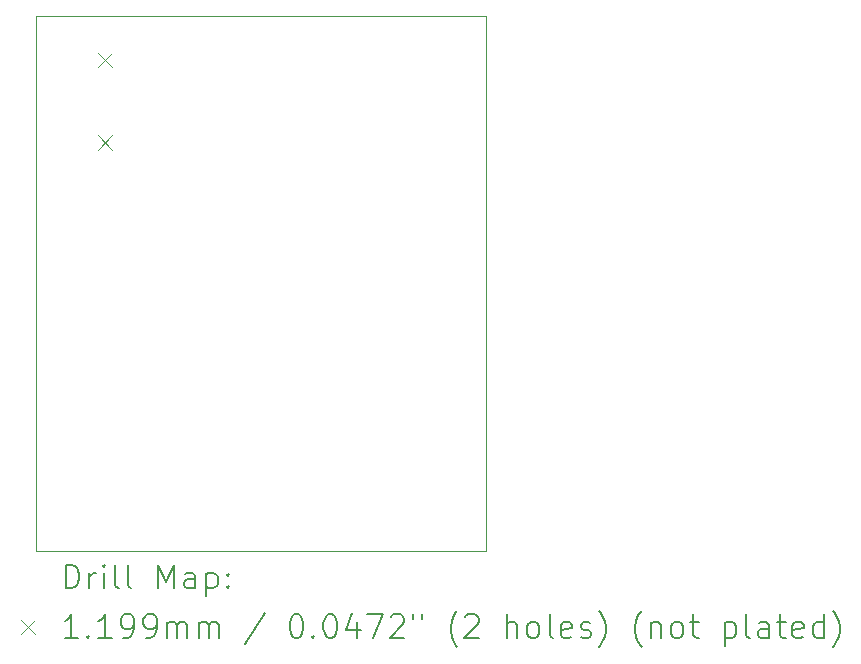
<source format=gbr>
%TF.GenerationSoftware,KiCad,Pcbnew,(6.0.8)*%
%TF.CreationDate,2024-10-24T13:16:37+05:30*%
%TF.ProjectId,mp3_player,6d70335f-706c-4617-9965-722e6b696361,rev?*%
%TF.SameCoordinates,Original*%
%TF.FileFunction,Drillmap*%
%TF.FilePolarity,Positive*%
%FSLAX45Y45*%
G04 Gerber Fmt 4.5, Leading zero omitted, Abs format (unit mm)*
G04 Created by KiCad (PCBNEW (6.0.8)) date 2024-10-24 13:16:37*
%MOMM*%
%LPD*%
G01*
G04 APERTURE LIST*
%ADD10C,0.101600*%
%ADD11C,0.200000*%
%ADD12C,0.119888*%
G04 APERTURE END LIST*
D10*
X12750800Y-7533693D02*
X16560800Y-7533693D01*
X16560800Y-7533693D02*
X16560800Y-12065000D01*
X16560800Y-12065000D02*
X12750800Y-12065000D01*
X12750800Y-12065000D02*
X12750800Y-7533693D01*
D11*
D12*
X13275056Y-7844790D02*
X13394944Y-7964678D01*
X13394944Y-7844790D02*
X13275056Y-7964678D01*
X13275056Y-8544814D02*
X13394944Y-8664702D01*
X13394944Y-8544814D02*
X13275056Y-8664702D01*
D11*
X13003339Y-12380556D02*
X13003339Y-12180556D01*
X13050958Y-12180556D01*
X13079529Y-12190080D01*
X13098577Y-12209128D01*
X13108101Y-12228175D01*
X13117625Y-12266270D01*
X13117625Y-12294842D01*
X13108101Y-12332937D01*
X13098577Y-12351985D01*
X13079529Y-12371032D01*
X13050958Y-12380556D01*
X13003339Y-12380556D01*
X13203339Y-12380556D02*
X13203339Y-12247223D01*
X13203339Y-12285318D02*
X13212863Y-12266270D01*
X13222387Y-12256747D01*
X13241434Y-12247223D01*
X13260482Y-12247223D01*
X13327148Y-12380556D02*
X13327148Y-12247223D01*
X13327148Y-12180556D02*
X13317625Y-12190080D01*
X13327148Y-12199604D01*
X13336672Y-12190080D01*
X13327148Y-12180556D01*
X13327148Y-12199604D01*
X13450958Y-12380556D02*
X13431910Y-12371032D01*
X13422387Y-12351985D01*
X13422387Y-12180556D01*
X13555720Y-12380556D02*
X13536672Y-12371032D01*
X13527148Y-12351985D01*
X13527148Y-12180556D01*
X13784291Y-12380556D02*
X13784291Y-12180556D01*
X13850958Y-12323413D01*
X13917625Y-12180556D01*
X13917625Y-12380556D01*
X14098577Y-12380556D02*
X14098577Y-12275794D01*
X14089053Y-12256747D01*
X14070006Y-12247223D01*
X14031910Y-12247223D01*
X14012863Y-12256747D01*
X14098577Y-12371032D02*
X14079529Y-12380556D01*
X14031910Y-12380556D01*
X14012863Y-12371032D01*
X14003339Y-12351985D01*
X14003339Y-12332937D01*
X14012863Y-12313889D01*
X14031910Y-12304366D01*
X14079529Y-12304366D01*
X14098577Y-12294842D01*
X14193815Y-12247223D02*
X14193815Y-12447223D01*
X14193815Y-12256747D02*
X14212863Y-12247223D01*
X14250958Y-12247223D01*
X14270006Y-12256747D01*
X14279529Y-12266270D01*
X14289053Y-12285318D01*
X14289053Y-12342461D01*
X14279529Y-12361508D01*
X14270006Y-12371032D01*
X14250958Y-12380556D01*
X14212863Y-12380556D01*
X14193815Y-12371032D01*
X14374768Y-12361508D02*
X14384291Y-12371032D01*
X14374768Y-12380556D01*
X14365244Y-12371032D01*
X14374768Y-12361508D01*
X14374768Y-12380556D01*
X14374768Y-12256747D02*
X14384291Y-12266270D01*
X14374768Y-12275794D01*
X14365244Y-12266270D01*
X14374768Y-12256747D01*
X14374768Y-12275794D01*
D12*
X12625832Y-12650136D02*
X12745720Y-12770024D01*
X12745720Y-12650136D02*
X12625832Y-12770024D01*
D11*
X13108101Y-12800556D02*
X12993815Y-12800556D01*
X13050958Y-12800556D02*
X13050958Y-12600556D01*
X13031910Y-12629128D01*
X13012863Y-12648175D01*
X12993815Y-12657699D01*
X13193815Y-12781508D02*
X13203339Y-12791032D01*
X13193815Y-12800556D01*
X13184291Y-12791032D01*
X13193815Y-12781508D01*
X13193815Y-12800556D01*
X13393815Y-12800556D02*
X13279529Y-12800556D01*
X13336672Y-12800556D02*
X13336672Y-12600556D01*
X13317625Y-12629128D01*
X13298577Y-12648175D01*
X13279529Y-12657699D01*
X13489053Y-12800556D02*
X13527148Y-12800556D01*
X13546196Y-12791032D01*
X13555720Y-12781508D01*
X13574768Y-12752937D01*
X13584291Y-12714842D01*
X13584291Y-12638651D01*
X13574768Y-12619604D01*
X13565244Y-12610080D01*
X13546196Y-12600556D01*
X13508101Y-12600556D01*
X13489053Y-12610080D01*
X13479529Y-12619604D01*
X13470006Y-12638651D01*
X13470006Y-12686270D01*
X13479529Y-12705318D01*
X13489053Y-12714842D01*
X13508101Y-12724366D01*
X13546196Y-12724366D01*
X13565244Y-12714842D01*
X13574768Y-12705318D01*
X13584291Y-12686270D01*
X13679529Y-12800556D02*
X13717625Y-12800556D01*
X13736672Y-12791032D01*
X13746196Y-12781508D01*
X13765244Y-12752937D01*
X13774768Y-12714842D01*
X13774768Y-12638651D01*
X13765244Y-12619604D01*
X13755720Y-12610080D01*
X13736672Y-12600556D01*
X13698577Y-12600556D01*
X13679529Y-12610080D01*
X13670006Y-12619604D01*
X13660482Y-12638651D01*
X13660482Y-12686270D01*
X13670006Y-12705318D01*
X13679529Y-12714842D01*
X13698577Y-12724366D01*
X13736672Y-12724366D01*
X13755720Y-12714842D01*
X13765244Y-12705318D01*
X13774768Y-12686270D01*
X13860482Y-12800556D02*
X13860482Y-12667223D01*
X13860482Y-12686270D02*
X13870006Y-12676747D01*
X13889053Y-12667223D01*
X13917625Y-12667223D01*
X13936672Y-12676747D01*
X13946196Y-12695794D01*
X13946196Y-12800556D01*
X13946196Y-12695794D02*
X13955720Y-12676747D01*
X13974768Y-12667223D01*
X14003339Y-12667223D01*
X14022387Y-12676747D01*
X14031910Y-12695794D01*
X14031910Y-12800556D01*
X14127148Y-12800556D02*
X14127148Y-12667223D01*
X14127148Y-12686270D02*
X14136672Y-12676747D01*
X14155720Y-12667223D01*
X14184291Y-12667223D01*
X14203339Y-12676747D01*
X14212863Y-12695794D01*
X14212863Y-12800556D01*
X14212863Y-12695794D02*
X14222387Y-12676747D01*
X14241434Y-12667223D01*
X14270006Y-12667223D01*
X14289053Y-12676747D01*
X14298577Y-12695794D01*
X14298577Y-12800556D01*
X14689053Y-12591032D02*
X14517625Y-12848175D01*
X14946196Y-12600556D02*
X14965244Y-12600556D01*
X14984291Y-12610080D01*
X14993815Y-12619604D01*
X15003339Y-12638651D01*
X15012863Y-12676747D01*
X15012863Y-12724366D01*
X15003339Y-12762461D01*
X14993815Y-12781508D01*
X14984291Y-12791032D01*
X14965244Y-12800556D01*
X14946196Y-12800556D01*
X14927148Y-12791032D01*
X14917625Y-12781508D01*
X14908101Y-12762461D01*
X14898577Y-12724366D01*
X14898577Y-12676747D01*
X14908101Y-12638651D01*
X14917625Y-12619604D01*
X14927148Y-12610080D01*
X14946196Y-12600556D01*
X15098577Y-12781508D02*
X15108101Y-12791032D01*
X15098577Y-12800556D01*
X15089053Y-12791032D01*
X15098577Y-12781508D01*
X15098577Y-12800556D01*
X15231910Y-12600556D02*
X15250958Y-12600556D01*
X15270006Y-12610080D01*
X15279529Y-12619604D01*
X15289053Y-12638651D01*
X15298577Y-12676747D01*
X15298577Y-12724366D01*
X15289053Y-12762461D01*
X15279529Y-12781508D01*
X15270006Y-12791032D01*
X15250958Y-12800556D01*
X15231910Y-12800556D01*
X15212863Y-12791032D01*
X15203339Y-12781508D01*
X15193815Y-12762461D01*
X15184291Y-12724366D01*
X15184291Y-12676747D01*
X15193815Y-12638651D01*
X15203339Y-12619604D01*
X15212863Y-12610080D01*
X15231910Y-12600556D01*
X15470006Y-12667223D02*
X15470006Y-12800556D01*
X15422387Y-12591032D02*
X15374768Y-12733889D01*
X15498577Y-12733889D01*
X15555720Y-12600556D02*
X15689053Y-12600556D01*
X15603339Y-12800556D01*
X15755720Y-12619604D02*
X15765244Y-12610080D01*
X15784291Y-12600556D01*
X15831910Y-12600556D01*
X15850958Y-12610080D01*
X15860482Y-12619604D01*
X15870006Y-12638651D01*
X15870006Y-12657699D01*
X15860482Y-12686270D01*
X15746196Y-12800556D01*
X15870006Y-12800556D01*
X15946196Y-12600556D02*
X15946196Y-12638651D01*
X16022387Y-12600556D02*
X16022387Y-12638651D01*
X16317625Y-12876747D02*
X16308101Y-12867223D01*
X16289053Y-12838651D01*
X16279529Y-12819604D01*
X16270006Y-12791032D01*
X16260482Y-12743413D01*
X16260482Y-12705318D01*
X16270006Y-12657699D01*
X16279529Y-12629128D01*
X16289053Y-12610080D01*
X16308101Y-12581508D01*
X16317625Y-12571985D01*
X16384291Y-12619604D02*
X16393815Y-12610080D01*
X16412863Y-12600556D01*
X16460482Y-12600556D01*
X16479529Y-12610080D01*
X16489053Y-12619604D01*
X16498577Y-12638651D01*
X16498577Y-12657699D01*
X16489053Y-12686270D01*
X16374768Y-12800556D01*
X16498577Y-12800556D01*
X16736672Y-12800556D02*
X16736672Y-12600556D01*
X16822387Y-12800556D02*
X16822387Y-12695794D01*
X16812863Y-12676747D01*
X16793815Y-12667223D01*
X16765244Y-12667223D01*
X16746196Y-12676747D01*
X16736672Y-12686270D01*
X16946196Y-12800556D02*
X16927149Y-12791032D01*
X16917625Y-12781508D01*
X16908101Y-12762461D01*
X16908101Y-12705318D01*
X16917625Y-12686270D01*
X16927149Y-12676747D01*
X16946196Y-12667223D01*
X16974768Y-12667223D01*
X16993815Y-12676747D01*
X17003339Y-12686270D01*
X17012863Y-12705318D01*
X17012863Y-12762461D01*
X17003339Y-12781508D01*
X16993815Y-12791032D01*
X16974768Y-12800556D01*
X16946196Y-12800556D01*
X17127149Y-12800556D02*
X17108101Y-12791032D01*
X17098577Y-12771985D01*
X17098577Y-12600556D01*
X17279530Y-12791032D02*
X17260482Y-12800556D01*
X17222387Y-12800556D01*
X17203339Y-12791032D01*
X17193815Y-12771985D01*
X17193815Y-12695794D01*
X17203339Y-12676747D01*
X17222387Y-12667223D01*
X17260482Y-12667223D01*
X17279530Y-12676747D01*
X17289053Y-12695794D01*
X17289053Y-12714842D01*
X17193815Y-12733889D01*
X17365244Y-12791032D02*
X17384291Y-12800556D01*
X17422387Y-12800556D01*
X17441434Y-12791032D01*
X17450958Y-12771985D01*
X17450958Y-12762461D01*
X17441434Y-12743413D01*
X17422387Y-12733889D01*
X17393815Y-12733889D01*
X17374768Y-12724366D01*
X17365244Y-12705318D01*
X17365244Y-12695794D01*
X17374768Y-12676747D01*
X17393815Y-12667223D01*
X17422387Y-12667223D01*
X17441434Y-12676747D01*
X17517625Y-12876747D02*
X17527149Y-12867223D01*
X17546196Y-12838651D01*
X17555720Y-12819604D01*
X17565244Y-12791032D01*
X17574768Y-12743413D01*
X17574768Y-12705318D01*
X17565244Y-12657699D01*
X17555720Y-12629128D01*
X17546196Y-12610080D01*
X17527149Y-12581508D01*
X17517625Y-12571985D01*
X17879530Y-12876747D02*
X17870006Y-12867223D01*
X17850958Y-12838651D01*
X17841434Y-12819604D01*
X17831910Y-12791032D01*
X17822387Y-12743413D01*
X17822387Y-12705318D01*
X17831910Y-12657699D01*
X17841434Y-12629128D01*
X17850958Y-12610080D01*
X17870006Y-12581508D01*
X17879530Y-12571985D01*
X17955720Y-12667223D02*
X17955720Y-12800556D01*
X17955720Y-12686270D02*
X17965244Y-12676747D01*
X17984291Y-12667223D01*
X18012863Y-12667223D01*
X18031910Y-12676747D01*
X18041434Y-12695794D01*
X18041434Y-12800556D01*
X18165244Y-12800556D02*
X18146196Y-12791032D01*
X18136672Y-12781508D01*
X18127149Y-12762461D01*
X18127149Y-12705318D01*
X18136672Y-12686270D01*
X18146196Y-12676747D01*
X18165244Y-12667223D01*
X18193815Y-12667223D01*
X18212863Y-12676747D01*
X18222387Y-12686270D01*
X18231910Y-12705318D01*
X18231910Y-12762461D01*
X18222387Y-12781508D01*
X18212863Y-12791032D01*
X18193815Y-12800556D01*
X18165244Y-12800556D01*
X18289053Y-12667223D02*
X18365244Y-12667223D01*
X18317625Y-12600556D02*
X18317625Y-12771985D01*
X18327149Y-12791032D01*
X18346196Y-12800556D01*
X18365244Y-12800556D01*
X18584291Y-12667223D02*
X18584291Y-12867223D01*
X18584291Y-12676747D02*
X18603339Y-12667223D01*
X18641434Y-12667223D01*
X18660482Y-12676747D01*
X18670006Y-12686270D01*
X18679530Y-12705318D01*
X18679530Y-12762461D01*
X18670006Y-12781508D01*
X18660482Y-12791032D01*
X18641434Y-12800556D01*
X18603339Y-12800556D01*
X18584291Y-12791032D01*
X18793815Y-12800556D02*
X18774768Y-12791032D01*
X18765244Y-12771985D01*
X18765244Y-12600556D01*
X18955720Y-12800556D02*
X18955720Y-12695794D01*
X18946196Y-12676747D01*
X18927149Y-12667223D01*
X18889053Y-12667223D01*
X18870006Y-12676747D01*
X18955720Y-12791032D02*
X18936672Y-12800556D01*
X18889053Y-12800556D01*
X18870006Y-12791032D01*
X18860482Y-12771985D01*
X18860482Y-12752937D01*
X18870006Y-12733889D01*
X18889053Y-12724366D01*
X18936672Y-12724366D01*
X18955720Y-12714842D01*
X19022387Y-12667223D02*
X19098577Y-12667223D01*
X19050958Y-12600556D02*
X19050958Y-12771985D01*
X19060482Y-12791032D01*
X19079530Y-12800556D01*
X19098577Y-12800556D01*
X19241434Y-12791032D02*
X19222387Y-12800556D01*
X19184291Y-12800556D01*
X19165244Y-12791032D01*
X19155720Y-12771985D01*
X19155720Y-12695794D01*
X19165244Y-12676747D01*
X19184291Y-12667223D01*
X19222387Y-12667223D01*
X19241434Y-12676747D01*
X19250958Y-12695794D01*
X19250958Y-12714842D01*
X19155720Y-12733889D01*
X19422387Y-12800556D02*
X19422387Y-12600556D01*
X19422387Y-12791032D02*
X19403339Y-12800556D01*
X19365244Y-12800556D01*
X19346196Y-12791032D01*
X19336672Y-12781508D01*
X19327149Y-12762461D01*
X19327149Y-12705318D01*
X19336672Y-12686270D01*
X19346196Y-12676747D01*
X19365244Y-12667223D01*
X19403339Y-12667223D01*
X19422387Y-12676747D01*
X19498577Y-12876747D02*
X19508101Y-12867223D01*
X19527149Y-12838651D01*
X19536672Y-12819604D01*
X19546196Y-12791032D01*
X19555720Y-12743413D01*
X19555720Y-12705318D01*
X19546196Y-12657699D01*
X19536672Y-12629128D01*
X19527149Y-12610080D01*
X19508101Y-12581508D01*
X19498577Y-12571985D01*
M02*

</source>
